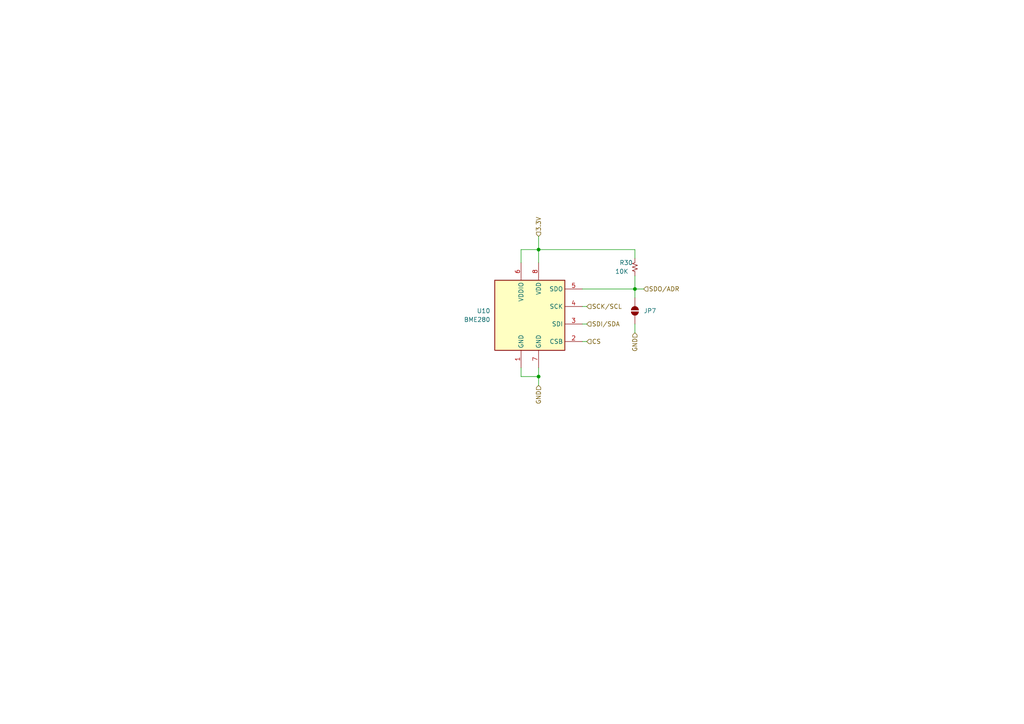
<source format=kicad_sch>
(kicad_sch (version 20211123) (generator eeschema)
  (paper "A4")
  (title_block (title "Console-Controller") (date "2022-12-15") (rev "A"))
  (lib_symbols
    (symbol "Dual-Mag-Camera-Control-rescue:Resistor_small-SPC-Control-rescue-DeathStar-rescue-BUMP-Control-rescue" (pin_numbers hide) (pin_names (offset 0))
      (property "Reference" "R" (at 2.032 0 90))
      (property "Value" "Resistor_small-SPC-Control-rescue-DeathStar-rescue-BUMP-Control-rescue" (at -2.032 0.254 90))
      (symbol "Resistor_small-SPC-Control-rescue-DeathStar-rescue-BUMP-Control-rescue_0_1"
        (polyline (pts (xy 0 1.27) (xy -0.762 1.016) (xy 0.762 0.508) (xy -0.762 0) (xy 0.762 -0.508) (xy -0.762 -1.016) (xy 0 -1.27)))
      )
      (symbol "Resistor_small-SPC-Control-rescue-DeathStar-rescue-BUMP-Control-rescue_1_1"
        (pin passive line (at 0 2.54 270) (length 1.27) (name "~") (number "1"))
        (pin passive line (at 0 -2.54 90) (length 1.27) (name "~") (number "2"))
      )
    )
    (symbol "Jumper:SolderJumper_2_Open" (pin_numbers hide) (pin_names (offset 0) hide)
      (property "Reference" "JP" (at 0 2.032 0))
      (property "Value" "SolderJumper_2_Open" (at 0 -2.54 0))
      (symbol "SolderJumper_2_Open_0_1"
        (arc (start -0.254 1.016) (mid -1.27 0) (end -0.254 -1.016))
        (arc (start -0.254 1.016) (mid -1.27 0) (end -0.254 -1.016) (fill (type outline)))
        (polyline (pts (xy -0.254 1.016) (xy -0.254 -1.016)))
        (polyline (pts (xy 0.254 1.016) (xy 0.254 -1.016)))
        (arc (start 0.254 -1.016) (mid 1.27 0) (end 0.254 1.016))
        (arc (start 0.254 -1.016) (mid 1.27 0) (end 0.254 1.016) (fill (type outline)))
      )
      (symbol "SolderJumper_2_Open_1_1"
        (pin passive line (at -3.81 0 0) (length 2.54) (name "A") (number "1"))
        (pin passive line (at 3.81 0 180) (length 2.54) (name "B") (number "2"))
      )
    )
    (symbol "Sensor:BME280"
      (property "Reference" "U" (at -8.89 11.43 0))
      (property "Value" "BME280" (at 7.62 11.43 0))
      (symbol "BME280_0_1"
        (rectangle (start -10.16 10.16) (end 10.16 -10.16) (stroke (width 0.254)) (fill (type background)))
      )
      (symbol "BME280_1_1"
        (pin power_in line (at -2.54 -15.24 90) (length 5.08) (name "GND") (number "1"))
        (pin input line (at 15.24 -7.62 180) (length 5.08) (name "CSB") (number "2"))
        (pin bidirectional line (at 15.24 -2.54 180) (length 5.08) (name "SDI") (number "3"))
        (pin input line (at 15.24 2.54 180) (length 5.08) (name "SCK") (number "4"))
        (pin bidirectional line (at 15.24 7.62 180) (length 5.08) (name "SDO") (number "5"))
        (pin power_in line (at -2.54 15.24 270) (length 5.08) (name "VDDIO") (number "6"))
        (pin power_in line (at 2.54 -15.24 90) (length 5.08) (name "GND") (number "7"))
        (pin power_in line (at 2.54 15.24 270) (length 5.08) (name "VDD") (number "8"))
      )
    )
  )
  (junction (at 156.21 109.22))
  (junction (at 156.21 72.39))
  (junction (at 184.15 83.82))
  (wire (pts (xy 170.18 88.9) (xy 168.91 88.9)))
  (wire (pts (xy 184.15 80.01) (xy 184.15 83.82)))
  (wire (pts (xy 170.18 99.06) (xy 168.91 99.06)))
  (wire (pts (xy 184.15 83.82) (xy 186.69 83.82)))
  (wire (pts (xy 156.21 68.58) (xy 156.21 72.39)))
  (wire (pts (xy 184.15 83.82) (xy 184.15 86.36)))
  (wire (pts (xy 156.21 106.68) (xy 156.21 109.22)))
  (wire (pts (xy 151.13 106.68) (xy 151.13 109.22)))
  (wire (pts (xy 184.15 93.98) (xy 184.15 96.52)))
  (wire (pts (xy 151.13 72.39) (xy 156.21 72.39)))
  (wire (pts (xy 168.91 93.98) (xy 170.18 93.98)))
  (wire (pts (xy 151.13 76.2) (xy 151.13 72.39)))
  (wire (pts (xy 156.21 109.22) (xy 156.21 111.76)))
  (wire (pts (xy 156.21 72.39) (xy 156.21 76.2)))
  (wire (pts (xy 184.15 72.39) (xy 184.15 74.93)))
  (wire (pts (xy 168.91 83.82) (xy 184.15 83.82)))
  (wire (pts (xy 156.21 72.39) (xy 184.15 72.39)))
  (wire (pts (xy 151.13 109.22) (xy 156.21 109.22)))
  (hierarchical_label "SCK{slash}SCL" (shape input) (at 170.18 88.9 0))
  (hierarchical_label "CS" (shape input) (at 170.18 99.06 0))
  (hierarchical_label "GND" (shape input) (at 156.21 111.76 270))
  (hierarchical_label "3.3V" (shape input) (at 156.21 68.58 90))
  (hierarchical_label "GND" (shape input) (at 184.15 96.52 270))
  (hierarchical_label "SDI{slash}SDA" (shape input) (at 170.18 93.98 0))
  (hierarchical_label "SDO{slash}ADR" (shape input) (at 186.69 83.82 0))
  (symbol (lib_id "Dual-Mag-Camera-Control-rescue:Resistor_small-SPC-Control-rescue-DeathStar-rescue-BUMP-Control-rescue") (at 184.15 77.47 0) (unit 1)
    (property "Reference" "R30" (at 181.61 76.2 0))
    (property "Value" "10K" (at 180.34 78.74 0))
    (property "Footprint" "Resistor_SMD:R_0603_1608Metric_Pad0.98x0.95mm_HandSolder" (effects hide))
    (property "Datasheet" "http://www.vishay.com/docs/28705/mcx0x0xpro.pdf" (effects hide))
    (property "Part Number" "MCT0603-10.0K-CFCT-ND" (effects hide))
    (property "Supplier" "Digikey" (effects hide))
    (property "Link" "https://www.digikey.com/product-detail/en/vishay-beyschlag/MCT06030C1002FP500/MCT0603-10.0K-CFCT-ND/2607933" (effects hide))
  )
  (symbol (lib_id "Sensor:BME280") (at 153.67 91.44 0) (unit 1)
    (property "Reference" "U10" (at 142.24 90.1699 0) (effects (justify right)))
    (property "Value" "BME280" (at 142.24 92.7099 0) (effects (justify right)))
    (property "Footprint" "Package_LGA:Bosch_LGA-8_2.5x2.5mm_P0.65mm_ClockwisePinNumbering" (effects hide))
    (property "Datasheet" "https://ae-bst.resource.bosch.com/media/_tech/media/datasheets/BST-BME280-DS002.pdf" (effects hide))
  )
  (symbol (lib_id "Jumper:SolderJumper_2_Open") (at 184.15 90.17 90) (unit 1)
    (property "Reference" "JP7" (at 186.69 90.1699 90) (effects (justify right)))
    (property "Value" "SolderJumper_2_Open" (effects hide))
    (property "Footprint" "Jumper:SolderJumper-2_P1.3mm_Open_TrianglePad1.0x1.5mm" (effects hide))
  )
)
</source>
